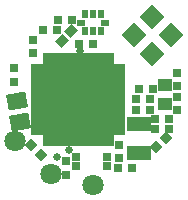
<source format=gts>
G04*
G04 #@! TF.GenerationSoftware,Altium Limited,Altium Designer,20.0.13 (296)*
G04*
G04 Layer_Color=8388736*
%FSLAX25Y25*%
%MOIN*%
G70*
G01*
G75*
%ADD29R,0.23241X0.23241*%
%ADD30R,0.01981X0.04147*%
%ADD31R,0.04147X0.01981*%
G04:AMPARAMS|DCode=32|XSize=65.09mil|YSize=53.28mil|CornerRadius=0mil|HoleSize=0mil|Usage=FLASHONLY|Rotation=190.000|XOffset=0mil|YOffset=0mil|HoleType=Round|Shape=Rectangle|*
%AMROTATEDRECTD32*
4,1,4,0.02742,0.03188,0.03668,-0.02058,-0.02742,-0.03188,-0.03668,0.02058,0.02742,0.03188,0.0*
%
%ADD32ROTATEDRECTD32*%

%ADD33R,0.04737X0.04343*%
G04:AMPARAMS|DCode=34|XSize=37.53mil|YSize=31.62mil|CornerRadius=0mil|HoleSize=0mil|Usage=FLASHONLY|Rotation=45.000|XOffset=0mil|YOffset=0mil|HoleType=Round|Shape=Rectangle|*
%AMROTATEDRECTD34*
4,1,4,-0.00209,-0.02445,-0.02445,-0.00209,0.00209,0.02445,0.02445,0.00209,-0.00209,-0.02445,0.0*
%
%ADD34ROTATEDRECTD34*%

%ADD35R,0.02965X0.02965*%
%ADD36R,0.07887X0.04737*%
%ADD37R,0.02965X0.02965*%
%ADD38P,0.08091X4X90.0*%
%ADD39R,0.02375X0.03162*%
%ADD40R,0.03162X0.02375*%
%ADD41P,0.04194X4X180.0*%
%ADD42P,0.04194X4X90.0*%
%ADD43C,0.02572*%
%ADD44C,0.07099*%
D29*
X25000Y28417D02*
D03*
D30*
X35827Y14835D02*
D03*
X33858D02*
D03*
X31890D02*
D03*
X29921D02*
D03*
X27953D02*
D03*
X25984D02*
D03*
X24016D02*
D03*
X22047D02*
D03*
X20079D02*
D03*
X18110D02*
D03*
X16142D02*
D03*
X14173D02*
D03*
Y42000D02*
D03*
X16142D02*
D03*
X18110D02*
D03*
X20079D02*
D03*
X22047D02*
D03*
X24016D02*
D03*
X25984D02*
D03*
X27953D02*
D03*
X29921D02*
D03*
X31890D02*
D03*
X33858D02*
D03*
X35827D02*
D03*
D31*
X11417Y17591D02*
D03*
Y19559D02*
D03*
Y21528D02*
D03*
Y23496D02*
D03*
Y25465D02*
D03*
Y27433D02*
D03*
Y29402D02*
D03*
Y31370D02*
D03*
Y33339D02*
D03*
Y35307D02*
D03*
Y37276D02*
D03*
Y39244D02*
D03*
X38583D02*
D03*
Y37276D02*
D03*
Y35307D02*
D03*
Y33339D02*
D03*
Y31370D02*
D03*
Y29402D02*
D03*
Y27433D02*
D03*
Y25465D02*
D03*
Y23496D02*
D03*
Y21528D02*
D03*
Y19559D02*
D03*
Y17591D02*
D03*
D32*
X5770Y21011D02*
D03*
X4540Y27990D02*
D03*
D33*
X54000Y26850D02*
D03*
Y33150D02*
D03*
D34*
X19469Y47969D02*
D03*
X22531Y51031D02*
D03*
D35*
X24268Y9176D02*
D03*
Y6224D02*
D03*
X34701D02*
D03*
Y9176D02*
D03*
X44200Y28500D02*
D03*
X48800D02*
D03*
Y25000D02*
D03*
X44200D02*
D03*
X55300Y22000D02*
D03*
X50700D02*
D03*
X42800Y5500D02*
D03*
X38200D02*
D03*
X49800Y32000D02*
D03*
X45200D02*
D03*
X29800Y47000D02*
D03*
X25200D02*
D03*
X55300Y18500D02*
D03*
X50700D02*
D03*
X13200Y51500D02*
D03*
X17800D02*
D03*
X22800Y55000D02*
D03*
X18200D02*
D03*
D36*
X45400Y20321D02*
D03*
Y10479D02*
D03*
D37*
X58000Y29300D02*
D03*
Y24700D02*
D03*
X21000Y7800D02*
D03*
Y3200D02*
D03*
X10000Y43700D02*
D03*
Y48300D02*
D03*
X38500Y8700D02*
D03*
Y13300D02*
D03*
X58000Y32700D02*
D03*
Y37300D02*
D03*
X3500Y38800D02*
D03*
Y34200D02*
D03*
D38*
X49755Y56009D02*
D03*
X43491Y49745D02*
D03*
X56018D02*
D03*
X49755Y43482D02*
D03*
D39*
X27441Y56697D02*
D03*
X30000D02*
D03*
X32559D02*
D03*
X27441Y51303D02*
D03*
X30000D02*
D03*
X32559D02*
D03*
D40*
X33937Y54000D02*
D03*
X26063D02*
D03*
D41*
X9374Y13126D02*
D03*
X12626Y9874D02*
D03*
D42*
X54126Y15626D02*
D03*
X50874Y12374D02*
D03*
D43*
X17994Y9320D02*
D03*
X21839Y11485D02*
D03*
X25694Y44532D02*
D03*
D44*
X4000Y14500D02*
D03*
X16000Y3550D02*
D03*
X30000Y0D02*
D03*
M02*

</source>
